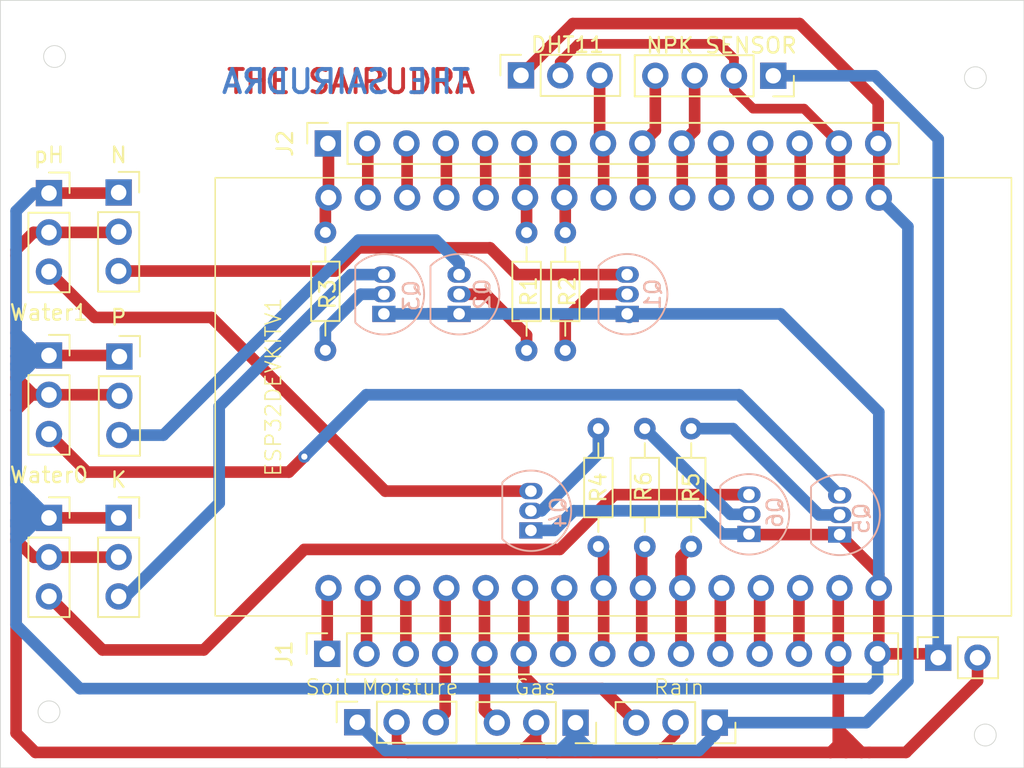
<source format=kicad_pcb>
(kicad_pcb (version 20240108) (generator "pcbnew") (generator_version "8.0")
  (layers (0 "F.Cu" signal) (31 "B.Cu" power) (34 "B.Paste" user) (35 "F.Paste" user) (36 "B.SilkS" user "B.Silkscreen") (37 "F.SilkS" user "F.Silkscreen") (38 "B.Mask" user) (39 "F.Mask" user) (44 "Edge.Cuts" user))
  (net 0 "")
  (net 1 "DHT")
  (net 2 "GND")
  (net 3 "3V")
  (net 4 "D_14")
  (net 5 "D_21")
  (net 6 "ESP_RELAY_pH")
  (net 7 "TX_0")
  (net 8 "RX_0")
  (net 9 "ESP_RELAY_P")
  (net 10 "D_13")
  (net 11 "EN_0")
  (net 12 "D_12")
  (net 13 "D_15")
  (net 14 "GAS")
  (net 15 "D_2")
  (net 16 "D_4")
  (net 17 "VN_0")
  (net 18 "D_33")
  (net 19 "RAIN")
  (net 20 "ESP_RELAY_K")
  (net 21 "SOIL")
  (net 22 "5V")
  (net 23 "ESP_RELAY_W1")
  (net 24 "D_22")
  (net 25 "VP_0")
  (net 26 "ESP_RELAY_N")
  (net 27 "RX2")
  (net 28 "ESP_RELAY_W0")
  (net 29 "TX2")
  (net 30 "Net-(K0-Pin_3)")
  (net 31 "Net-(N0-Pin_3)")
  (net 32 "Net-(P0-Pin_3)")
  (net 33 "Net-(Q4-E)")
  (net 34 "Net-(Q1-B)")
  (net 35 "Net-(Q2-B)")
  (net 36 "Net-(Q3-B)")
  (net 37 "Net-(Q4-B)")
  (net 38 "Net-(Q5-B)")
  (net 39 "Net-(Q5-E)")
  (net 40 "Net-(Q6-E)")
  (net 41 "Net-(Q6-B)")
  (net 42 "GND2")
  (footprint "Connector_PinSocket_2.54mm:PinSocket_1x15_P2.54mm_Vertical" (layer "F.Cu") (at 139.12 119.62 90)
    (property "Reference" "J1" (at 0 -2.77 -90) (layer "F.SilkS"))
    (property "Value" "Conn_01x15_Pin" (hide yes))
    (pad "1" thru_hole rect (at 0 0 90) (size 1.7 1.7) (drill 1) (layers "*.Cu" "*.Mask") (net 11 "EN_0"))
    (pad "2" thru_hole oval (at 0 2.54 90) (size 1.7 1.7) (drill 1) (layers "*.Cu" "*.Mask") (net 25 "VP_0"))
    (pad "3" thru_hole oval (at 0 5.08 90) (size 1.7 1.7) (drill 1) (layers "*.Cu" "*.Mask") (net 17 "VN_0"))
    (pad "4" thru_hole oval (at 0 7.62 90) (size 1.7 1.7) (drill 1) (layers "*.Cu" "*.Mask") (net 21 "SOIL"))
    (pad "5" thru_hole oval (at 0 10.16 90) (size 1.7 1.7) (drill 1) (layers "*.Cu" "*.Mask") (net 14 "GAS"))
    (pad "6" thru_hole oval (at 0 12.7 90) (size 1.7 1.7) (drill 1) (layers "*.Cu" "*.Mask") (net 19 "RAIN"))
    (pad "7" thru_hole oval (at 0 15.24 90) (size 1.7 1.7) (drill 1) (layers "*.Cu" "*.Mask") (net 18 "D_33"))
    (pad "8" thru_hole oval (at 0 17.78 90) (size 1.7 1.7) (drill 1) (layers "*.Cu" "*.Mask") (net 6 "ESP_RELAY_pH"))
    (pad "9" thru_hole oval (at 0 20.32 90) (size 1.7 1.7) (drill 1) (layers "*.Cu" "*.Mask") (net 28 "ESP_RELAY_W0"))
    (pad "10" thru_hole oval (at 0 22.86 90) (size 1.7 1.7) (drill 1) (layers "*.Cu" "*.Mask") (net 23 "ESP_RELAY_W1"))
    (pad "11" thru_hole oval (at 0 25.4 90) (size 1.7 1.7) (drill 1) (layers "*.Cu" "*.Mask") (net 4 "D_14"))
    (pad "12" thru_hole oval (at 0 27.94 90) (size 1.7 1.7) (drill 1) (layers "*.Cu" "*.Mask") (net 12 "D_12"))
    (pad "13" thru_hole oval (at 0 30.48 90) (size 1.7 1.7) (drill 1) (layers "*.Cu" "*.Mask") (net 10 "D_13"))
    (pad "14" thru_hole oval (at 0 33.02 90) (size 1.7 1.7) (drill 1) (layers "*.Cu" "*.Mask") (net 2 "GND"))
    (pad "15" thru_hole oval (at 0 35.56 90) (size 1.7 1.7) (drill 1) (layers "*.Cu" "*.Mask") (net 22 "5V"))
  )
  (footprint "Resistor_THT:R_Axial_DIN0204_L3.6mm_D1.6mm_P7.62mm_Horizontal" (layer "F.Cu") (at 139 92.37 -90)
    (property "Reference" "R3" (at 4 -0.14 -90) (layer "F.SilkS"))
    (property "Value" "1K")
    (pad "1" thru_hole circle (at 0 0 270) (size 1.4 1.4) (drill 0.7) (layers "*.Cu" "*.Mask") (net 20 "ESP_RELAY_K"))
    (pad "2" thru_hole oval (at 7.62 0 270) (size 1.4 1.4) (drill 0.7) (layers "*.Cu" "*.Mask") (net 36 "Net-(Q3-B)"))
  )
  (footprint "Connector_PinSocket_2.54mm:PinSocket_1x03_P2.54mm_Vertical" (layer "F.Cu") (at 164.165 124.07 -90)
    (property "Reference" "RAIN0" (hide yes))
    (property "Value" "Conn_01x03_Pin" (hide yes))
    (pad "1" thru_hole rect (at 0 0 270) (size 1.7 1.7) (drill 1) (layers "*.Cu" "*.Mask") (net 3 "3V"))
    (pad "2" thru_hole oval (at 0 2.54 270) (size 1.7 1.7) (drill 1) (layers "*.Cu" "*.Mask") (net 2 "GND"))
    (pad "3" thru_hole oval (at 0 5.08 270) (size 1.7 1.7) (drill 1) (layers "*.Cu" "*.Mask") (net 19 "RAIN"))
  )
  (footprint "Resistor_THT:R_Axial_DIN0204_L3.6mm_D1.6mm_P7.62mm_Horizontal" (layer "F.Cu") (at 159.64 112.68 90)
    (property "Reference" "R6" (hide yes))
    (property "Value" "1K")
    (pad "1" thru_hole circle (at 0 0 90) (size 1.4 1.4) (drill 0.7) (layers "*.Cu" "*.Mask") (net 28 "ESP_RELAY_W0"))
    (pad "2" thru_hole oval (at 7.62 0 90) (size 1.4 1.4) (drill 0.7) (layers "*.Cu" "*.Mask") (net 41 "Net-(Q6-B)"))
  )
  (footprint "Connector_PinSocket_2.54mm:PinSocket_1x15_P2.54mm_Vertical" (layer "F.Cu") (at 139.16 86.62 90)
    (property "Reference" "J2" (at 0 -2.77 -90) (layer "F.SilkS"))
    (property "Value" "Conn_01x15_Pin" (hide yes))
    (pad "1" thru_hole rect (at 0 0 90) (size 1.7 1.7) (drill 1) (layers "*.Cu" "*.Mask") (net 20 "ESP_RELAY_K"))
    (pad "2" thru_hole oval (at 0 2.54 90) (size 1.7 1.7) (drill 1) (layers "*.Cu" "*.Mask") (net 24 "D_22"))
    (pad "3" thru_hole oval (at 0 5.08 90) (size 1.7 1.7) (drill 1) (layers "*.Cu" "*.Mask") (net 7 "TX_0"))
    (pad "4" thru_hole oval (at 0 7.62 90) (size 1.7 1.7) (drill 1) (layers "*.Cu" "*.Mask") (net 8 "RX_0"))
    (pad "5" thru_hole oval (at 0 10.16 90) (size 1.7 1.7) (drill 1) (layers "*.Cu" "*.Mask") (net 5 "D_21"))
    (pad "6" thru_hole oval (at 0 12.7 90) (size 1.7 1.7) (drill 1) (layers "*.Cu" "*.Mask") (net 9 "ESP_RELAY_P"))
    (pad "7" thru_hole oval (at 0 15.24 90) (size 1.7 1.7) (drill 1) (layers "*.Cu" "*.Mask") (net 26 "ESP_RELAY_N"))
    (pad "8" thru_hole oval (at 0 17.78 90) (size 1.7 1.7) (drill 1) (layers "*.Cu" "*.Mask") (net 1 "DHT"))
    (pad "9" thru_hole oval (at 0 20.32 90) (size 1.7 1.7) (drill 1) (layers "*.Cu" "*.Mask") (net 29 "TX2"))
    (pad "10" thru_hole oval (at 0 22.86 90) (size 1.7 1.7) (drill 1) (layers "*.Cu" "*.Mask") (net 27 "RX2"))
    (pad "11" thru_hole oval (at 0 25.4 90) (size 1.7 1.7) (drill 1) (layers "*.Cu" "*.Mask") (net 16 "D_4"))
    (pad "12" thru_hole oval (at 0 27.94 90) (size 1.7 1.7) (drill 1) (layers "*.Cu" "*.Mask") (net 15 "D_2"))
    (pad "13" thru_hole oval (at 0 30.48 90) (size 1.7 1.7) (drill 1) (layers "*.Cu" "*.Mask") (net 13 "D_15"))
    (pad "14" thru_hole oval (at 0 33.02 90) (size 1.7 1.7) (drill 1) (layers "*.Cu" "*.Mask") (net 42 "GND2"))
    (pad "15" thru_hole oval (at 0 35.56 90) (size 1.7 1.7) (drill 1) (layers "*.Cu" "*.Mask") (net 3 "3V"))
  )
  (footprint "Connector_PinSocket_2.54mm:PinSocket_1x03_P2.54mm_Vertical" (layer "F.Cu") (at 125.69 100.4)
    (property "Reference" "P" (at -0.05 -2.53 0) (layer "F.SilkS"))
    (property "Value" "Conn_01x03_Pin" (hide yes))
    (pad "1" thru_hole rect (at 0 0) (size 1.7 1.7) (drill 1) (layers "*.Cu" "*.Mask") (net 22 "5V"))
    (pad "2" thru_hole oval (at 0 2.54) (size 1.7 1.7) (drill 1) (layers "*.Cu" "*.Mask") (net 2 "GND"))
    (pad "3" thru_hole oval (at 0 5.08) (size 1.7 1.7) (drill 1) (layers "*.Cu" "*.Mask") (net 32 "Net-(P0-Pin_3)"))
  )
  (footprint "Connector_PinSocket_2.54mm:PinSocket_1x02_P2.54mm_Vertical" (layer "F.Cu") (at 178.6 119.87 90)
    (property "Reference" "PowerIN_1" (hide yes))
    (property "Value" "Battery")
    (pad "1" thru_hole rect (at 0 0 90) (size 1.7 1.7) (drill 1) (layers "*.Cu" "*.Mask") (net 22 "5V"))
    (pad "2" thru_hole oval (at 0 2.54 90) (size 1.7 1.7) (drill 1) (layers "*.Cu" "*.Mask") (net 2 "GND"))
  )
  (footprint "Resistor_THT:R_Axial_DIN0204_L3.6mm_D1.6mm_P7.62mm_Horizontal" (layer "F.Cu") (at 154.5 92.38 -90)
    (property "Reference" "R2" (at 3.81 -0.14 -90) (layer "F.SilkS"))
    (property "Value" "1K")
    (pad "1" thru_hole circle (at 0 0 270) (size 1.4 1.4) (drill 0.7) (layers "*.Cu" "*.Mask") (net 26 "ESP_RELAY_N"))
    (pad "2" thru_hole oval (at 7.62 0 270) (size 1.4 1.4) (drill 0.7) (layers "*.Cu" "*.Mask") (net 34 "Net-(Q1-B)"))
  )
  (footprint "Connector_PinSocket_2.54mm:PinSocket_1x03_P2.54mm_Vertical" (layer "F.Cu") (at 121.14 89.83)
    (property "Reference" "pH" (at 0 -2.46 0) (layer "F.SilkS"))
    (property "Value" "Conn_01x03_Pin" (hide yes))
    (pad "1" thru_hole rect (at 0 0) (size 1.7 1.7) (drill 1) (layers "*.Cu" "*.Mask") (net 22 "5V"))
    (pad "2" thru_hole oval (at 0 2.54) (size 1.7 1.7) (drill 1) (layers "*.Cu" "*.Mask") (net 2 "GND"))
    (pad "3" thru_hole oval (at 0 5.08) (size 1.7 1.7) (drill 1) (layers "*.Cu" "*.Mask") (net 33 "Net-(Q4-E)"))
  )
  (footprint "New folder:ESP32DEVIKITV1" (layer "F.Cu") (at 139.2 115.37)
    (property "Reference" "ESP32DEVKITV1" (at -3.56 -13 90) (layer "F.SilkS") (effects (font (thickness 0.1))))
    (property "Value" "~")
    (pad "1" thru_hole circle (at 0 0) (size 1.7 1.7) (drill 1) (layers "*.Cu" "*.Mask") (net 11 "EN_0"))
    (pad "2" thru_hole circle (at 2.54 0) (size 1.7 1.7) (drill 1) (layers "*.Cu" "*.Mask") (net 25 "VP_0"))
    (pad "3" thru_hole circle (at 5.08 0) (size 1.7 1.7) (drill 1) (layers "*.Cu" "*.Mask") (net 17 "VN_0"))
    (pad "4" thru_hole circle (at 7.62 0) (size 1.7 1.7) (drill 1) (layers "*.Cu" "*.Mask") (net 21 "SOIL"))
    (pad "5" thru_hole circle (at 10.16 0) (size 1.7 1.7) (drill 1) (layers "*.Cu" "*.Mask") (net 14 "GAS"))
    (pad "6" thru_hole circle (at 12.7 0) (size 1.7 1.7) (drill 1) (layers "*.Cu" "*.Mask") (net 19 "RAIN"))
    (pad "7" thru_hole circle (at 15.24 0) (size 1.7 1.7) (drill 1) (layers "*.Cu" "*.Mask") (net 18 "D_33"))
    (pad "8" thru_hole circle (at 17.78 0) (size 1.7 1.7) (drill 1) (layers "*.Cu" "*.Mask") (net 6 "ESP_RELAY_pH"))
    (pad "9" thru_hole circle (at 20.32 0) (size 1.7 1.7) (drill 1) (layers "*.Cu" "*.Mask") (net 28 "ESP_RELAY_W0"))
    (pad "10" thru_hole circle (at 22.86 0) (size 1.7 1.7) (drill 1) (layers "*.Cu" "*.Mask") (net 23 "ESP_RELAY_W1"))
    (pad "11" thru_hole circle (at 25.4 0) (size 1.7 1.7) (drill 1) (layers "*.Cu" "*.Mask") (net 4 "D_14"))
    (pad "12" thru_hole circle (at 27.94 0) (size 1.7 1.7) (drill 1) (layers "*.Cu" "*.Mask") (net 12 "D_12"))
    (pad "13" thru_hole circle (at 30.48 0) (size 1.7 1.7) (drill 1) (layers "*.Cu" "*.Mask") (net 10 "D_13"))
    (pad "14" thru_hole circle (at 33.02 0) (size 1.7 1.7) (drill 1) (layers "*.Cu" "*.Mask") (net 2 "GND"))
    (pad "15" thru_hole circle (at 35.56 0) (size 1.7 1.7) (drill 1) (layers "*.Cu" "*.Mask") (net 22 "5V"))
    (pad "16" thru_hole circle (at 35.56 -25.25) (size 1.7 1.7) (drill 1) (layers "*.Cu" "*.Mask") (net 3 "3V"))
    (pad "17" thru_hole circle (at 33.02 -25.25) (size 1.7 1.7) (drill 1) (layers "*.Cu" "*.Mask") (net 42 "GND2"))
    (pad "18" thru_hole circle (at 30.48 -25.25) (size 1.7 1.7) (drill 1) (layers "*.Cu" "*.Mask") (net 13 "D_15"))
    (pad "19" thru_hole circle (at 27.94 -25.25) (size 1.7 1.7) (drill 1) (layers "*.Cu" "*.Mask") (net 15 "D_2"))
    (pad "20" thru_hole circle (at 25.4 -25.25) (size 1.7 1.7) (drill 1) (layers "*.Cu" "*.Mask") (net 16 "D_4"))
    (pad "21" thru_hole circle (at 22.86 -25.25) (size 1.7 1.7) (drill 1) (layers "*.Cu" "*.Mask") (net 27 "RX2"))
    (pad "22" thru_hole circle (at 20.32 -25.25) (size 1.7 1.7) (drill 1) (layers "*.Cu" "*.Mask") (net 29 "TX2"))
    (pad "23" thru_hole circle (at 17.78 -25.25) (size 1.7 1.7) (drill 1) (layers "*.Cu" "*.Mask") (net 1 "DHT"))
    (pad "24" thru_hole circle (at 15.24 -25.25) (size 1.7 1.7) (drill 1) (layers "*.Cu" "*.Mask") (net 26 "ESP_RELAY_N"))
    (pad "25" thru_hole circle (at 12.7 -25.25) (size 1.7 1.7) (drill 1) (layers "*.Cu" "*.Mask") (net 9 "ESP_RELAY_P"))
    (pad "26" thru_hole circle (at 10.16 -25.25) (size 1.7 1.7) (drill 1) (layers "*.Cu" "*.Mask") (net 5 "D_21"))
    (pad "27" thru_hole circle (at 7.62 -25.25) (size 1.7 1.7) (drill 1) (layers "*.Cu" "*.Mask") (net 8 "RX_0"))
    (pad "28" thru_hole circle (at 5.08 -25.25) (size 1.7 1.7) (drill 1) (layers "*.Cu" "*.Mask") (net 7 "TX_0"))
    (pad "29" thru_hole circle (at 2.54 -25.25) (size 1.7 1.7) (drill 1) (layers "*.Cu" "*.Mask") (net 24 "D_22"))
    (pad "30" thru_hole circle (at 0 -25.25) (size 1.7 1.7) (drill 1) (layers "*.Cu" "*.Mask") (net 20 "ESP_RELAY_K"))
  )
  (footprint "Resistor_THT:R_Axial_DIN0204_L3.6mm_D1.6mm_P7.62mm_Horizontal" (layer "F.Cu") (at 156.64 112.68 90)
    (property "Reference" "R4" (at 3.81 0 -90) (layer "F.SilkS"))
    (property "Value" "1K")
    (pad "1" thru_hole circle (at 0 0 90) (size 1.4 1.4) (drill 0.7) (layers "*.Cu" "*.Mask") (net 6 "ESP_RELAY_pH"))
    (pad "2" thru_hole oval (at 7.62 0 90) (size 1.4 1.4) (drill 0.7) (layers "*.Cu" "*.Mask") (net 37 "Net-(Q4-B)"))
  )
  (footprint "Connector_PinSocket_2.54mm:PinSocket_1x03_P2.54mm_Vertical" (layer "F.Cu") (at 151.64 82.22 90)
    (property "Reference" "DHT11" (at 1.975 3 0) (layer "F.SilkS"))
    (property "Value" "Conn_01x03_Pin" (hide yes))
    (pad "1" thru_hole rect (at 0 0 90) (size 1.7 1.7) (drill 1) (layers "*.Cu" "*.Mask") (net 3 "3V"))
    (pad "2" thru_hole oval (at 0 2.54 90) (size 1.7 1.7) (drill 1) (layers "*.Cu" "*.Mask") (net 42 "GND2"))
    (pad "3" thru_hole oval (at 0 5.08 90) (size 1.7 1.7) (drill 1) (layers "*.Cu" "*.Mask") (net 1 "DHT"))
  )
  (footprint "Connector_PinSocket_2.54mm:PinSocket_1x03_P2.54mm_Vertical" (layer "F.Cu") (at 125.64 110.83)
    (property "Reference" "K" (at 0 -2.46 0) (layer "F.SilkS"))
    (property "Value" "Conn_01x03_Pin" (hide yes))
    (pad "1" thru_hole rect (at 0 0) (size 1.7 1.7) (drill 1) (layers "*.Cu" "*.Mask") (net 22 "5V"))
    (pad "2" thru_hole oval (at 0 2.54) (size 1.7 1.7) (drill 1) (layers "*.Cu" "*.Mask") (net 2 "GND"))
    (pad "3" thru_hole oval (at 0 5.08) (size 1.7 1.7) (drill 1) (layers "*.Cu" "*.Mask") (net 30 "Net-(K0-Pin_3)"))
  )
  (footprint "Connector_PinSocket_2.54mm:PinSocket_1x03_P2.54mm_Vertical" (layer "F.Cu") (at 121.14 100.33)
    (property "Reference" "Water1" (at 0 -2.77 0) (layer "F.SilkS"))
    (property "Value" "Conn_01x03_Pin" (hide yes))
    (pad "1" thru_hole rect (at 0 0) (size 1.7 1.7) (drill 1) (layers "*.Cu" "*.Mask") (net 22 "5V"))
    (pad "2" thru_hole oval (at 0 2.54) (size 1.7 1.7) (drill 1) (layers "*.Cu" "*.Mask") (net 2 "GND"))
    (pad "3" thru_hole oval (at 0 5.08) (size 1.7 1.7) (drill 1) (layers "*.Cu" "*.Mask") (net 39 "Net-(Q5-E)"))
  )
  (footprint "Connector_PinSocket_2.54mm:PinSocket_1x03_P2.54mm_Vertical" (layer "F.Cu") (at 125.64 89.79)
    (property "Reference" "N" (at 0 -2.42 0) (layer "F.SilkS"))
    (property "Value" "Conn_01x03_Pin" (hide yes))
    (pad "1" thru_hole rect (at 0 0) (size 1.7 1.7) (drill 1) (layers "*.Cu" "*.Mask") (net 22 "5V"))
    (pad "2" thru_hole oval (at 0 2.54) (size 1.7 1.7) (drill 1) (layers "*.Cu" "*.Mask") (net 2 "GND"))
    (pad "3" thru_hole oval (at 0 5.08) (size 1.7 1.7) (drill 1) (layers "*.Cu" "*.Mask") (net 31 "Net-(N0-Pin_3)"))
  )
  (footprint "Resistor_THT:R_Axial_DIN0204_L3.6mm_D1.6mm_P7.62mm_Horizontal" (layer "F.Cu") (at 162.64 112.68 90)
    (property "Reference" "R5" (at 3.81 0 -90) (layer "F.SilkS"))
    (property "Value" "1K")
    (pad "1" thru_hole circle (at 0 0 90) (size 1.4 1.4) (drill 0.7) (layers "*.Cu" "*.Mask") (net 23 "ESP_RELAY_W1"))
    (pad "2" thru_hole oval (at 7.62 0 90) (size 1.4 1.4) (drill 0.7) (layers "*.Cu" "*.Mask") (net 38 "Net-(Q5-B)"))
  )
  (footprint "Connector_PinSocket_2.54mm:PinSocket_1x03_P2.54mm_Vertical" (layer "F.Cu") (at 141.06 124.045 90)
    (property "Reference" "SOIL0" (hide yes))
    (property "Value" "Conn_01x03_Pin" (hide yes))
    (pad "1" thru_hole rect (at 0 0 90) (size 1.7 1.7) (drill 1) (layers "*.Cu" "*.Mask") (net 3 "3V"))
    (pad "2" thru_hole oval (at 0 2.54 90) (size 1.7 1.7) (drill 1) (layers "*.Cu" "*.Mask") (net 2 "GND"))
    (pad "3" thru_hole oval (at 0 5.08 90) (size 1.7 1.7) (drill 1) (layers "*.Cu" "*.Mask") (net 21 "SOIL"))
  )
  (footprint "Connector_PinSocket_2.54mm:PinSocket_1x03_P2.54mm_Vertical" (layer "F.Cu") (at 155.165 124.07 -90)
    (property "Reference" "GAS0" (hide yes))
    (property "Value" "Conn_01x03_Pin" (hide yes))
    (pad "1" thru_hole rect (at 0 0 270) (size 1.7 1.7) (drill 1) (layers "*.Cu" "*.Mask") (net 3 "3V"))
    (pad "2" thru_hole oval (at 0 2.54 270) (size 1.7 1.7) (drill 1) (layers "*.Cu" "*.Mask") (net 2 "GND"))
    (pad "3" thru_hole oval (at 0 5.08 270) (size 1.7 1.7) (drill 1) (layers "*.Cu" "*.Mask") (net 14 "GAS"))
  )
  (footprint "Resistor_THT:R_Axial_DIN0204_L3.6mm_D1.6mm_P7.62mm_Horizontal" (layer "F.Cu") (at 152 92.38 -90)
    (property "Reference" "R1" (at 3.81 -0.14 -90) (layer "F.SilkS"))
    (property "Value" "1K")
    (pad "1" thru_hole circle (at 0 0 270) (size 1.4 1.4) (drill 0.7) (layers "*.Cu" "*.Mask") (net 9 "ESP_RELAY_P"))
    (pad "2" thru_hole oval (at 7.62 0 270) (size 1.4 1.4) (drill 0.7) (layers "*.Cu" "*.Mask") (net 35 "Net-(Q2-B)"))
  )
  (footprint "Connector_PinSocket_2.54mm:PinSocket_1x03_P2.54mm_Vertical" (layer "F.Cu") (at 121.14 110.83)
    (property "Reference" "Water0" (at 0 -2.77 0) (layer "F.SilkS"))
    (property "Value" "Conn_01x03_Pin" (hide yes))
    (pad "1" thru_hole rect (at 0 0) (size 1.7 1.7) (drill 1) (layers "*.Cu" "*.Mask") (net 22 "5V"))
    (pad "2" thru_hole oval (at 0 2.54) (size 1.7 1.7) (drill 1) (layers "*.Cu" "*.Mask") (net 2 "GND"))
    (pad "3" thru_hole oval (at 0 5.08) (size 1.7 1.7) (drill 1) (layers "*.Cu" "*.Mask") (net 40 "Net-(Q6-E)"))
  )
  (footprint "Connector_PinSocket_2.54mm:PinSocket_1x04_P2.54mm_Vertical" (layer "F.Cu") (at 167.94 82.245 -90)
    (property "Reference" "J3" (hide yes))
    (property "Value" "Conn_01x04_Pin" (hide yes))
    (pad "1" thru_hole rect (at 0 0 270) (size 1.7 1.7) (drill 1) (layers "*.Cu" "*.Mask") (net 22 "5V"))
    (pad "2" thru_hole oval (at 0 2.54 270) (size 1.7 1.7) (drill 1) (layers "*.Cu" "*.Mask") (net 42 "GND2"))
    (pad "3" thru_hole oval (at 0 5.08 270) (size 1.7 1.7) (drill 1) (layers "*.Cu" "*.Mask") (net 27 "RX2"))
    (pad "4" thru_hole oval (at 0 7.62 270) (size 1.7 1.7) (drill 1) (layers "*.Cu" "*.Mask") (net 29 "TX2"))
  )
  (footprint "Package_TO_SOT_THT:TO-92_Inline" (layer "B.Cu") (at 152.28 111.64 90)
    (property "Reference" "Q4" (hide yes))
    (property "Value" "BC547")
    (pad "1" thru_hole rect (at 0 0 90) (size 1.05 1.5) (drill 0.75) (layers "*.Cu" "*.Mask") (net 22 "5V"))
    (pad "2" thru_hole oval (at 1.27 0 90) (size 1.05 1.5) (drill 0.75) (layers "*.Cu" "*.Mask") (net 37 "Net-(Q4-B)"))
    (pad "3" thru_hole oval (at 2.54 0 90) (size 1.05 1.5) (drill 0.75) (layers "*.Cu" "*.Mask") (net 33 "Net-(Q4-E)"))
  )
  (footprint "Package_TO_SOT_THT:TO-92_Inline" (layer "B.Cu") (at 147.64 97.64 90)
    (property "Reference" "Q2" (at 1.27 1.5 -90) (layer "B.SilkS") (effects (justify mirror)))
    (property "Value" "BC547" (hide yes))
    (pad "1" thru_hole rect (at 0 0 90) (size 1.05 1.5) (drill 0.75) (layers "*.Cu" "*.Mask") (net 22 "5V"))
    (pad "2" thru_hole oval (at 1.27 0 90) (size 1.05 1.5) (drill 0.75) (layers "*.Cu" "*.Mask") (net 35 "Net-(Q2-B)"))
    (pad "3" thru_hole oval (at 2.54 0 90) (size 1.05 1.5) (drill 0.75) (layers "*.Cu" "*.Mask") (net 32 "Net-(P0-Pin_3)"))
  )
  (footprint "Package_TO_SOT_THT:TO-92_Inline" (layer "B.Cu") (at 142.78 97.64 90)
    (property "Reference" "Q3" (hide yes))
    (property "Value" "BC547" (hide yes))
    (pad "1" thru_hole rect (at 0 0 90) (size 1.05 1.5) (drill 0.75) (layers "*.Cu" "*.Mask") (net 22 "5V"))
    (pad "2" thru_hole oval (at 1.27 0 90) (size 1.05 1.5) (drill 0.75) (layers "*.Cu" "*.Mask") (net 36 "Net-(Q3-B)"))
    (pad "3" thru_hole oval (at 2.54 0 90) (size 1.05 1.5) (drill 0.75) (layers "*.Cu" "*.Mask") (net 30 "Net-(K0-Pin_3)"))
  )
  (footprint "Package_TO_SOT_THT:TO-92_Inline" (layer "B.Cu") (at 158.5 97.64 90)
    (property "Reference" "Q1" (at 1.27 1.65 -90) (layer "B.SilkS") (effects (justify mirror)))
    (property "Value" "BC547" (hide yes))
    (pad "1" thru_hole rect (at 0 0 90) (size 1.05 1.5) (drill 0.75) (layers "*.Cu" "*.Mask") (net 22 "5V"))
    (pad "2" thru_hole oval (at 1.27 0 90) (size 1.05 1.5) (drill 0.75) (layers "*.Cu" "*.Mask") (net 34 "Net-(Q1-B)"))
    (pad "3" thru_hole oval (at 2.54 0 90) (size 1.05 1.5) (drill 0.75) (layers "*.Cu" "*.Mask") (net 31 "Net-(N0-Pin_3)"))
  )
  (footprint "Package_TO_SOT_THT:TO-92_Inline" (layer "B.Cu") (at 172.23 111.91 90)
    (property "Reference" "Q5" (at 1.04 1.41 -90) (layer "B.SilkS") (effects (justify mirror)))
    (property "Value" "BC547")
    (pad "1" thru_hole rect (at 0 0 90) (size 1.05 1.5) (drill 0.75) (layers "*.Cu" "*.Mask") (net 22 "5V"))
    (pad "2" thru_hole oval (at 1.27 0 90) (size 1.05 1.5) (drill 0.75) (layers "*.Cu" "*.Mask") (net 38 "Net-(Q5-B)"))
    (pad "3" thru_hole oval (at 2.54 0 90) (size 1.05 1.5) (drill 0.75) (layers "*.Cu" "*.Mask") (net 39 "Net-(Q5-E)"))
  )
  (footprint "Package_TO_SOT_THT:TO-92_Inline" (layer "B.Cu") (at 166.37 111.87 90)
    (property "Reference" "Q6" (hide yes))
    (property "Value" "BC547")
    (pad "1" thru_hole rect (at 0 0 90) (size 1.05 1.5) (drill 0.75) (layers "*.Cu" "*.Mask") (net 22 "5V"))
    (pad "2" thru_hole oval (at 1.27 0 90) (size 1.05 1.5) (drill 0.75) (layers "*.Cu" "*.Mask") (net 41 "Net-(Q6-B)"))
    (pad "3" thru_hole oval (at 2.54 0 90) (size 1.05 1.5) (drill 0.75) (layers "*.Cu" "*.Mask") (net 40 "Net-(Q6-E)"))
  )
  (gr_circle (center 121.5 81) (end 121 80.5) (stroke (width 0.05)) (fill none) (layer "Edge.Cuts"))
  (gr_circle (center 181 82.37) (end 180.5 81.87) (stroke (width 0.05)) (fill none) (layer "Edge.Cuts"))
  (gr_circle (center 181.64 124.87) (end 181.14 124.37) (stroke (width 0.05)) (fill none) (layer "Edge.Cuts"))
  (gr_rect (start 118 77.37) (end 184.14 127) (stroke (width 0.05)) (fill none) (layer "Edge.Cuts"))
  (gr_circle (center 121.14 123.37) (end 120.64 122.87) (stroke (width 0.05)) (fill none) (layer "Edge.Cuts"))
  (gr_text "THE SAIRUDRA" (at 132.5 83.5 0) (layer "F.Cu") (effects (font (size 1.5 1.5) (thickness 0.25) (bold yes)) (justify left bottom)))
  (gr_text "THE SAIRUDRA" (at 148.5 83.5 -0) (layer "B.Cu") (effects (font (size 1.5 1.5) (thickness 0.25) (bold yes)) (justify left bottom mirror)))
  (gr_text "Q6" (at 168.64 109.37 90) (layer "B.SilkS") (effects (font (size 1 1)) (justify left bottom mirror)))
  (gr_text "Q3" (at 145.14 95.37 90) (layer "B.SilkS") (effects (font (size 1 1)) (justify left bottom mirror)))
  (gr_text "Q4" (at 154.64 109.37 90) (layer "B.SilkS") (effects (font (size 1 1)) (justify left bottom mirror)))
  (gr_text "Rain\n" (at 160.14 122.37 0) (layer "F.SilkS") (effects (font (size 1 1) (thickness 0.1)) (justify left bottom)))
  (gr_text "NPK SENSOR" (at 159.64 80.87 0) (layer "F.SilkS") (effects (font (size 1 1)) (justify left bottom)))
  (gr_text "R6\n" (at 160.14 109.87 90) (layer "F.SilkS") (effects (font (size 1 1)) (justify left bottom)))
  (gr_text "Gas\n" (at 151.14 122.37 0) (layer "F.SilkS") (effects (font (size 1 1) (thickness 0.1)) (justify left bottom)))
  (gr_text "Soil Moisture" (at 137.64 122.37 0) (layer "F.SilkS") (effects (font (size 1 1) (thickness 0.1)) (justify left bottom)))
  (segment (start 156.72 86.4) (end 156.94 86.62) (width 0.75) (layer "F.Cu") (net 1))
  (segment (start 156.98 86.66) (end 156.94 86.62) (width 0.75) (layer "F.Cu") (net 1))
  (segment (start 156.72 82.22) (end 156.72 86.4) (width 0.75) (layer "F.Cu") (net 1))
  (segment (start 156.98 90.12) (end 156.98 86.66) (width 0.75) (layer "F.Cu") (net 1))
  (segment (start 172.14 115.45) (end 172.22 115.37) (width 0.75) (layer "F.Cu") (net 2))
  (segment (start 151.4525 126.0575) (end 144.3275 126.0575) (width 0.625) (layer "F.Cu") (net 2))
  (segment (start 152.64 124.87) (end 151.4525 126.0575) (width 0.625) (layer "F.Cu") (net 2))
  (segment (start 152.64 125.37) (end 153.3275 126.0575) (width 0.625) (layer "F.Cu") (net 2))
  (segment (start 153.14 125.87) (end 153.3275 126.0575) (width 0.625) (layer "F.Cu") (net 2))
  (segment (start 121.14 102.87) (end 120.14 102.87) (width 0.75) (layer "F.Cu") (net 2))
  (segment (start 119.015 102.87) (end 119.14 102.87) (width 0.75) (layer "F.Cu") (net 2))
  (segment (start 172.14 124.495) (end 172.8275 125.1825) (width 0.75) (layer "F.Cu") (net 2))
  (segment (start 152.625 124.07) (end 152.64 124.085) (width 0.625) (layer "F.Cu") (net 2))
  (segment (start 120.015 102.87) (end 119.8275 103.0575) (width 0.75) (layer "F.Cu") (net 2))
  (segment (start 172.14 123.37) (end 172.14 124.495) (width 0.75) (layer "F.Cu") (net 2))
  (segment (start 172.8275 125.1825) (end 173.64 125.995) (width 0.75) (layer "F.Cu") (net 2))
  (segment (start 172.14 119.62) (end 172.14 123.37) (width 0.75) (layer "F.Cu") (net 2))
  (segment (start 121.14 113.37) (end 120.14 113.37) (width 0.75) (layer "F.Cu") (net 2))
  (segment (start 151.4525 126.0575) (end 151.64 125.87) (width 0.625) (layer "F.Cu") (net 2))
  (segment (start 119.8275 103.0575) (end 119.8275 102.87) (width 0.75) (layer "F.Cu") (net 2))
  (segment (start 151.64 125.87) (end 153.14 125.87) (width 0.625) (layer "F.Cu") (net 2))
  (segment (start 120.14 113.37) (end 119.015 112.245) (width 0.75) (layer "F.Cu") (net 2))
  (segment (start 181.14 121.37) (end 176.515 125.995) (width 0.75) (layer "F.Cu") (net 2))
  (segment (start 143.6 124.045) (end 143.6 125.33) (width 0.625) (layer "F.Cu") (net 2))
  (segment (start 172.64 125.995) (end 171.64 125.995) (width 0.75) (layer "F.Cu") (net 2))
  (segment (start 143.6 125.33) (end 144.3275 126.0575) (width 0.625) (layer "F.Cu") (net 2))
  (segment (start 160.4225 126.0575) (end 161.625 124.855) (width 0.625) (layer "F.Cu") (net 2))
  (segment (start 120.14 92.37) (end 119.015 93.495) (width 0.75) (layer "F.Cu") (net 2))
  (segment (start 119.015 93.495) (end 119.015 93.87) (width 0.75) (layer "F.Cu") (net 2))
  (segment (start 121.14 102.87) (end 120.015 102.87) (width 0.75) (layer "F.Cu") (net 2))
  (segment (start 152.64 124.085) (end 152.64 124.87) (width 0.625) (layer "F.Cu") (net 2))
  (segment (start 120.265 125.995) (end 119.015 124.745) (width 0.75) (layer "F.Cu") (net 2))
  (segment (start 125.6 92.37) (end 125.64 92.33) (width 0.75) (layer "F.Cu") (net 2))
  (segment (start 119.015 112.245) (end 119.015 103.87) (width 0.75) (layer "F.Cu") (net 2))
  (segment (start 174.14 125.995) (end 173.64 125.995) (width 0.75) (layer "F.Cu") (net 2))
  (segment (start 119.015 124.745) (end 119.015 112.245) (width 0.75) (layer "F.Cu") (net 2))
  (segment (start 121.14 113.37) (end 125.64 113.37) (width 0.75) (layer "F.Cu") (net 2))
  (segment (start 119.8275 102.87) (end 119.015 102.87) (width 0.75) (layer "F.Cu") (net 2))
  (segment (start 152.64 124.87) (end 152.64 125.37) (width 0.625) (layer "F.Cu") (net 2))
  (segment (start 121.14 92.37) (end 120.14 92.37) (width 0.75) (layer "F.Cu") (net 2))
  (segment (start 121.14 92.37) (end 125.6 92.37) (width 0.75) (layer "F.Cu") (net 2))
  (segment (start 172.8275 125.8075) (end 172.8275 125.1825) (width 0.75) (layer "F.Cu") (net 2))
  (segment (start 161.625 124.855) (end 161.625 124.07) (width 0.625) (layer "F.Cu") (net 2))
  (segment (start 172.14 123.37) (end 172.14 125.495) (width 0.75) (layer "F.Cu") (net 2))
  (segment (start 119.015 103.87) (end 119.015 101.745) (width 0.75) (layer "F.Cu") (net 2))
  (segment (start 172.14 125.495) (end 171.64 125.995) (width 0.75) (layer "F.Cu") (net 2))
  (segment (start 173.64 125.995) (end 172.64 125.995) (width 0.75) (layer "F.Cu") (net 2))
  (segment (start 119.015 101.745) (end 119.015 93.87) (width 0.75) (layer "F.Cu") (net 2))
  (segment (start 171.64 125.995) (end 120.265 125.995) (width 0.75) (layer "F.Cu") (net 2))
  (segment (start 172.14 119.62) (end 172.14 115.45) (width 0.75) (layer "F.Cu") (net 2))
  (segment (start 125.62 102.87) (end 125.69 102.94) (width 0.75) (layer "F.Cu") (net 2))
  (segment (start 172.8275 125.8075) (end 172.64 125.995) (width 0.75) (layer "F.Cu") (net 2))
  (segment (start 121.14 102.87) (end 125.62 102.87) (width 0.75) (layer "F.Cu") (net 2))
  (segment (start 153.3275 126.0575) (end 160.4225 126.0575) (width 0.625) (layer "F.Cu") (net 2))
  (segment (start 120.14 102.87) (end 119.015 101.745) (width 0.75) (layer "F.Cu") (net 2))
  (segment (start 119.8275 103.0575) (end 119.015 103.87) (width 0.75) (layer "F.Cu") (net 2))
  (segment (start 181.14 119.87) (end 181.14 121.37) (width 0.75) (layer "F.Cu") (net 2))
  (segment (start 176.515 125.995) (end 174.14 125.995) (width 0.75) (layer "F.Cu") (net 2))
  (segment (start 154.99 78.87) (end 151.64 82.22) (width 0.75) (layer "F.Cu") (net 3))
  (segment (start 164.165 123.895) (end 164.14 123.87) (width 0.75) (layer "F.Cu") (net 3))
  (segment (start 169.64 78.87) (end 154.99 78.87) (width 0.75) (layer "F.Cu") (net 3))
  (segment (start 174.76 90.12) (end 174.76 86.66) (width 0.75) (layer "F.Cu") (net 3))
  (segment (start 174.76 86.66) (end 174.72 86.62) (width 0.75) (layer "F.Cu") (net 3))
  (segment (start 174.72 83.95) (end 169.64 78.87) (width 0.75) (layer "F.Cu") (net 3))
  (segment (start 174.72 86.62) (end 174.72 83.95) (width 0.75) (layer "F.Cu") (net 3))
  (segment (start 163.14 125.87) (end 156.14 125.87) (width 0.75) (layer "B.Cu") (net 3))
  (segment (start 173.94 124.07) (end 164.165 124.07) (width 0.75) (layer "B.Cu") (net 3))
  (segment (start 142.885 125.87) (end 141.06 124.045) (width 0.75) (layer "B.Cu") (net 3))
  (segment (start 155.165 124.07) (end 155.165 124.845) (width 0.75) (layer "B.Cu") (net 3))
  (segment (start 155.165 124.895) (end 156.14 125.87) (width 0.75) (layer "B.Cu") (net 3))
  (segment (start 155.14 125.87) (end 154.14 125.87) (width 0.75) (layer "B.Cu") (net 3))
  (segment (start 154.14 125.87) (end 142.885 125.87) (width 0.75) (layer "B.Cu") (net 3))
  (segment (start 155.14 125.87) (end 155.165 125.845) (width 0.75) (layer "B.Cu") (net 3))
  (segment (start 176.64 121.37) (end 173.94 124.07) (width 0.75) (layer "B.Cu") (net 3))
  (segment (start 164.165 124.07) (end 164.165 124.845) (width 0.75) (layer "B.Cu") (net 3))
  (segment (start 164.165 124.845) (end 163.14 125.87) (width 0.75) (layer "B.Cu") (net 3))
  (segment (start 176.64 92) (end 176.64 121.37) (width 0.75) (layer "B.Cu") (net 3))
  (segment (start 174.76 90.12) (end 176.64 92) (width 0.75) (layer "B.Cu") (net 3))
  (segment (start 155.165 124.07) (end 155.165 124.895) (width 0.75) (layer "B.Cu") (net 3))
  (segment (start 156.14 125.87) (end 155.14 125.87) (width 0.75) (layer "B.Cu") (net 3))
  (segment (start 155.165 125.845) (end 155.165 124.07) (width 0.75) (layer "B.Cu") (net 3))
  (segment (start 155.165 124.845) (end 154.14 125.87) (width 0.75) (layer "B.Cu") (net 3))
  (segment (start 164.52 115.45) (end 164.6 115.37) (width 0.75) (layer "F.Cu") (net 4))
  (segment (start 164.52 119.62) (end 164.52 115.45) (width 0.75) (layer "F.Cu") (net 4))
  (segment (start 149.36 86.66) (end 149.32 86.62) (width 0.75) (layer "F.Cu") (net 5))
  (segment (start 149.36 90.12) (end 149.36 86.66) (width 0.75) (layer "F.Cu") (net 5))
  (segment (start 156.98 115.37) (end 156.98 119.54) (width 0.75) (layer "F.Cu") (net 6))
  (segment (start 156.9 119.62) (end 156.9 112.94) (width 0.5) (layer "F.Cu") (net 6))
  (segment (start 157.14 119.86) (end 157.14 119.87) (width 0.5) (layer "F.Cu") (net 6))
  (segment (start 156.98 113.02) (end 156.64 112.68) (width 0.5) (layer "F.Cu") (net 6))
  (segment (start 156.9 112.94) (end 156.64 112.68) (width 0.5) (layer "F.Cu") (net 6))
  (segment (start 156.98 115.37) (end 156.98 113.02) (width 0.75) (layer "F.Cu") (net 6))
  (segment (start 156.98 119.54) (end 156.9 119.62) (width 0.75) (layer "F.Cu") (net 6))
  (segment (start 144.28 90.12) (end 144.28 86.66) (width 0.75) (layer "F.Cu") (net 7))
  (segment (start 144.28 86.66) (end 144.24 86.62) (width 0.75) (layer "F.Cu") (net 7))
  (segment (start 146.82 86.66) (end 146.78 86.62) (width 0.75) (layer "F.Cu") (net 8))
  (segment (start 146.82 90.12) (end 146.82 86.66) (width 0.75) (layer "F.Cu") (net 8))
  (segment (start 151.9 90.12) (end 151.9 86.66) (width 0.75) (layer "F.Cu") (net 9))
  (segment (start 152 92.38) (end 152 90.22) (width 0.75) (layer "F.Cu") (net 9))
  (segment (start 151.9 86.66) (end 151.86 86.62) (width 0.75) (layer "F.Cu") (net 9))
  (segment (start 152 90.22) (end 151.9 90.12) (width 0.75) (layer "F.Cu") (net 9))
  (segment (start 169.6 115.45) (end 169.68 115.37) (width 0.75) (layer "F.Cu") (net 10))
  (segment (start 169.6 119.62) (end 169.6 115.45) (width 0.75) (layer "F.Cu") (net 10))
  (segment (start 139.12 115.45) (end 139.2 115.37) (width 0.75) (layer "F.Cu") (net 11))
  (segment (start 139.12 119.62) (end 139.12 115.45) (width 0.75) (layer "F.Cu") (net 11))
  (segment (start 167.06 115.45) (end 167.14 115.37) (width 0.75) (layer "F.Cu") (net 12))
  (segment (start 167.06 119.62) (end 167.06 115.45) (width 0.75) (layer "F.Cu") (net 12))
  (segment (start 169.68 90.12) (end 169.68 86.66) (width 0.75) (layer "F.Cu") (net 13))
  (segment (start 169.68 86.66) (end 169.64 86.62) (width 0.75) (layer "F.Cu") (net 13))
  (segment (start 149.28 123.265) (end 150.085 124.07) (width 0.75) (layer "F.Cu") (net 14))
  (segment (start 149.28 119.62) (end 149.28 115.45) (width 0.75) (layer "F.Cu") (net 14))
  (segment (start 149.28 119.62) (end 149.28 123.265) (width 0.75) (layer "F.Cu") (net 14))
  (segment (start 149.28 115.45) (end 149.36 115.37) (width 0.75) (layer "F.Cu") (net 14))
  (segment (start 167.14 86.66) (end 167.1 86.62) (width 0.75) (layer "F.Cu") (net 15))
  (segment (start 167.14 90.12) (end 167.14 86.66) (width 0.75) (layer "F.Cu") (net 15))
  (segment (start 164.6 86.66) (end 164.56 86.62) (width 0.75) (layer "F.Cu") (net 16))
  (segment (start 164.6 90.12) (end 164.6 86.66) (width 0.75) (layer "F.Cu") (net 16))
  (segment (start 144.2 119.62) (end 144.2 115.45) (width 0.75) (layer "F.Cu") (net 17))
  (segment (start 144.2 115.45) (end 144.28 115.37) (width 0.75) (layer "F.Cu") (net 17))
  (segment (start 144.28 115.37) (end 144.14 115.37) (width 0.75) (layer "B.Cu") (net 17))
  (segment (start 154.36 119.62) (end 154.36 115.45) (width 0.75) (layer "F.Cu") (net 18))
  (segment (start 154.36 115.45) (end 154.44 115.37) (width 0.75) (layer "F.Cu") (net 18))
  (segment (start 151.82 119.62) (end 151.82 115.45) (width 0.75) (layer "F.Cu") (net 19))
  (segment (start 156.885 121.87) (end 152.64 121.87) (width 0.75) (layer "F.Cu") (net 19))
  (segment (start 151.82 115.45) (end 151.9 115.37) (width 0.75) (layer "F.Cu") (net 19))
  (segment (start 151.82 121.05) (end 151.82 119.62) (width 0.75) (layer "F.Cu") (net 19))
  (segment (start 152.64 121.87) (end 151.82 121.05) (width 0.75) (layer "F.Cu") (net 19))
  (segment (start 159.085 124.07) (end 156.885 121.87) (width 0.75) (layer "F.Cu") (net 19))
  (segment (start 139.2 90.12) (end 139.2 86.66) (width 0.75) (layer "F.Cu") (net 20))
  (segment (start 139 92.37) (end 139 90.32) (width 0.75) (layer "F.Cu") (net 20))
  (segment (start 139.2 86.66) (end 139.16 86.62) (width 0.75) (layer "F.Cu") (net 20))
  (segment (start 139 90.32) (end 139.2 90.12) (width 0.75) (layer "F.Cu") (net 20))
  (segment (start 146.74 123.445) (end 146.14 124.045) (width 0.75) (layer "F.Cu") (net 21))
  (segment (start 146.74 119.62) (end 146.74 123.445) (width 0.75) (layer "F.Cu") (net 21))
  (segment (start 146.74 115.45) (end 146.82 115.37) (width 0.75) (layer "F.Cu") (net 21))
  (segment (start 146.74 119.62) (end 146.74 115.45) (width 0.75) (layer "F.Cu") (net 21))
  (segment (start 174.68 119.62) (end 178.35 119.62) (width 0.75) (layer "F.Cu") (net 22))
  (segment (start 121.14 100.33) (end 125.62 100.33) (width 0.75) (layer "F.Cu") (net 22))
  (segment (start 178.35 119.62) (end 178.6 119.87) (width 0.75) (layer "F.Cu") (net 22))
  (segment (start 121.14 110.83) (end 125.64 110.83) (width 0.75) (layer "F.Cu") (net 22))
  (segment (start 125.6 89.83) (end 125.64 89.79) (width 0.75) (layer "F.Cu") (net 22))
  (segment (start 174.76 114.44) (end 172.23 111.91) (width 0.75) (layer "F.Cu") (net 22))
  (segment (start 125.62 100.33) (end 125.69 100.4) (width 0.75) (layer "F.Cu") (net 22))
  (segment (start 172.23 111.91) (end 166.41 111.91) (width 0.75) (layer "F.Cu") (net 22))
  (segment (start 174.76 115.37) (end 174.76 114.44) (width 0.75) (layer "F.Cu") (net 22))
  (segment (start 174.76 115.37) (end 174.76 119.54) (width 0.75) (layer "F.Cu") (net 22))
  (segment (start 121.14 89.83) (end 125.6 89.83) (width 0.75) (layer "F.Cu") (net 22))
  (segment (start 166.41 111.91) (end 166.37 111.87) (width 0.75) (layer "F.Cu") (net 22))
  (segment (start 174.76 119.54) (end 174.68 119.62) (width 0.75) (layer "F.Cu") (net 22))
  (segment (start 120.555 110.83) (end 120.0775 111.3075) (width 0.75) (layer "B.Cu") (net 22))
  (segment (start 121.14 100.33) (end 120.475 100.33) (width 0.75) (layer "B.Cu") (net 22))
  (segment (start 119.015 101.87) (end 119.015 107.87) (width 0.75) (layer "B.Cu") (net 22))
  (segment (start 174.515 82.245) (end 178.6 86.33) (width 0.75) (layer "B.Cu") (net 22))
  (segment (start 121.14 100.33) (end 120.555 100.33) (width 0.75) (layer "B.Cu") (net 22))
  (segment (start 119.39 110.62) (end 119.015 110.995) (width 0.75) (layer "B.Cu") (net 22))
  (segment (start 119.265 110.12) (end 119.015 109.87) (width 0.75) (layer "B.Cu") (net 22))
  (segment (start 178.6 86.33) (end 178.6 119.87) (width 0.75) (layer "B.Cu") (net 22))
  (segment (start 119.015 100.37) (end 119.015 100.87) (width 0.75) (layer "B.Cu") (net 22))
  (segment (start 153.78 111.64) (end 155.05 110.37) (width 0.75) (layer "B.Cu") (net 22))
  (segment (start 119.015 112.37) (end 119.015 117.745) (width 0.75) (layer "B.Cu") (net 22))
  (segment (start 119.015 111.87) (end 119.015 112.37) (width 0.75) (layer "B.Cu") (net 22))
  (segment (start 119.015 111.37) (end 119.015 111.87) (width 0.75) (layer "B.Cu") (net 22))
  (segment (start 163.14 110.37) (end 164.64 111.87) (width 0.75) (layer "B.Cu") (net 22))
  (segment (start 120.015 99.87) (end 119.015 99.87) (width 0.75) (layer "B.Cu") (net 22))
  (segment (start 119.91 109.6) (end 120.16 109.85) (width 0.75) (layer "B.Cu") (net 22))
  (segment (start 158.5 97.64) (end 145.64 97.64) (width 0.75) (layer "B.Cu") (net 22))
  (segment (start 120.6 110.83) (end 119.89 110.12) (width 0.75) (layer "B.Cu") (net 22))
  (segment (start 119.015 99.87) (end 119.015 100.37) (width 0.75) (layer "B.Cu") (net 22))
  (segment (start 119.015 98.87) (end 119.015 99.87) (width 0.75) (layer "B.Cu") (net 22))
  (segment (start 142.78 97.64) (end 145.64 97.64) (width 0.75) (layer "B.Cu") (net 22))
  (segment (start 119.89 111.12) (end 119.39 110.62) (width 0.75) (layer "B.Cu") (net 22))
  (segment (start 119.015 107.87) (end 119.015 108.705) (width 0.75) (layer "B.Cu") (net 22))
  (segment (start 152.28 111.64) (end 153.78 111.64) (width 0.75) (layer "B.Cu") (net 22))
  (segment (start 120.16 109.85) (end 119.89 110.12) (width 0.75) (layer "B.Cu") (net 22))
  (segment (start 119.015 110.995) (end 119.015 111.37) (width 0.75) (layer "B.Cu") (net 22))
  (segment (start 145.64 97.64) (end 147.64 97.64) (width 0.75) (layer "B.Cu") (net 22))
  (segment (start 174.14 121.87) (end 174.68 121.33) (width 0.75) (layer "B.Cu") (net 22))
  (segment (start 174.68 121.33) (end 174.68 119.62) (width 0.75) (layer "B.Cu") (net 22))
  (segment (start 121.14 89.83) (end 120.18 89.83) (width 0.75) (layer "B.Cu") (net 22))
  (segment (start 120.0775 111.3075) (end 119.015 112.37) (width 0.75) (layer "B.Cu") (net 22))
  (segment (start 119.015 90.995) (end 119.015 98.87) (width 0.75) (layer "B.Cu") (net 22))
  (segment (start 119.015 111.87) (end 119.14 111.87) (width 0.75) (layer "B.Cu") (net 22))
  (segment (start 119.14 111.87) (end 119.89 111.12) (width 0.75) (layer "B.Cu") (net 22))
  (segment (start 158.64 97.78) (end 158.64 97.87) (width 0.75) (layer "B.Cu") (net 22))
  (segment (start 119.015 100.87) (end 119.015 101.87) (width 0.75) (layer "B.Cu") (net 22))
  (segment (start 174.76 103.99) (end 168.41 97.64) (width 0.75) (layer "B.Cu") (net 22))
  (segment (start 121.14 110.83) (end 120.6 110.83) (width 0.75) (layer "B.Cu") (net 22))
  (segment (start 119.265 110.12) (end 119.39 110.12) (width 0.75) (layer "B.Cu") (net 22))
  (segment (start 121.14 110.83) (end 120.555 110.83) (width 0.75) (layer "B.Cu") (net 22))
  (segment (start 119.3275 101.5575) (end 119.015 101.245) (width 0.75) (layer "B.Cu") (net 22))
  (segment (start 119.8275 101.0575) (end 119.8275 99.6825) (width 0.75) (layer "B.Cu") (net 22))
  (segment (start 119.015 101.245) (end 119.015 100.87) (width 0.75) (layer "B.Cu") (net 22))
  (segment (start 164.64 111.87) (end 166.37 111.87) (width 0.75) (layer "B.Cu") (net 22))
  (segment (start 120.475 100.33) (end 120.3275 100.1825) (width 0.75) (layer "B.Cu") (net 22))
  (segment (start 123.14 121.87) (end 174.14 121.87) (width 0.75) (layer "B.Cu") (net 22))
  (segment (start 120.3275 100.1825) (end 120.015 99.87) (width 0.75) (layer "B.Cu") (net 22))
  (segment (start 119.3275 101.5575) (end 119.015 101.87) (width 0.75) (layer "B.Cu") (net 22))
  (segment (start 120.16 109.85) (end 121.14 110.83) (width 0.75) (layer "B.Cu") (net 22))
  (segment (start 174.76 115.37) (end 174.76 103.99) (width 0.75) (layer "B.Cu") (net 22))
  (segment (start 119.015 108.705) (end 119.91 109.6) (width 0.75) (layer "B.Cu") (net 22))
  (segment (start 120.555 100.33) (end 119.8275 101.0575) (width 0.75) (layer "B.Cu") (net 22))
  (segment (start 119.015 109.87) (end 119.015 111.37) (width 0.75) (layer "B.Cu") (net 22))
  (segment (start 168.41 97.64) (end 158.5 97.64) (width 0.75) (layer "B.Cu") (net 22))
  (segment (start 119.8275 101.0575) (end 119.3275 101.5575) (width 0.75) (layer "B.Cu") (net 22))
  (segment (start 119.89 110.12) (end 119.39 110.62) (width 0.75) (layer "B.Cu") (net 22))
  (segment (start 121.14 100.33) (end 119.055 100.33) (width 0.75) (layer "B.Cu") (net 22))
  (segment (start 119.015 107.87) (end 119.015 109.87) (width 0.75) (layer "B.Cu") (net 22))
  (segment (start 119.2025 101.0575) (end 119.015 100.87) (width 0.75) (layer "B.Cu") (net 22))
  (segment (start 120.3275 100.1825) (end 119.8275 99.6825) (width 0.75) (layer "B.Cu") (net 22))
  (segment (start 119.8275 99.6825) (end 119.015 98.87) (width 0.75) (layer "B.Cu") (net 22))
  (segment (start 119.8275 101.0575) (end 119.2025 101.0575) (width 0.75) (layer "B.Cu") (net 22))
  (segment (start 119.015 117.745) (end 123.14 121.87) (width 0.75) (layer "B.Cu") (net 22))
  (segment (start 120.18 89.83) (end 119.015 90.995) (width 0.75) (layer "B.Cu") (net 22))
  (segment (start 119.89 110.12) (end 119.265 110.12) (width 0.75) (layer "B.Cu") (net 22))
  (segment (start 120.0775 111.3075) (end 119.89 111.12) (width 0.75) (layer "B.Cu") (net 22))
  (segment (start 119.39 110.12) (end 119.91 109.6) (width 0.75) (layer "B.Cu") (net 22))
  (segment (start 167.94 82.245) (end 174.515 82.245) (width 0.75) (layer "B.Cu") (net 22))
  (segment (start 155.05 110.37) (end 163.14 110.37) (width 0.75) (layer "B.Cu") (net 22))
  (segment (start 119.055 100.33) (end 119.015 100.37) (width 0.75) (layer "B.Cu") (net 22))
  (segment (start 162.06 113.26) (end 162.64 112.68) (width 0.5) (layer "F.Cu") (net 23))
  (segment (start 161.98 113.34) (end 162.64 112.68) (width 0.75) (layer "F.Cu") (net 23))
  (segment (start 161.98 119.62) (end 161.98 115.45) (width 0.75) (layer "F.Cu") (net 23))
  (segment (start 161.98 119.62) (end 161.98 113.34) (width 0.75) (layer "F.Cu") (net 23))
  (segment (start 161.98 115.45) (end 162.06 115.37) (width 0.75) (layer "F.Cu") (net 23))
  (segment (start 162.06 115.37) (end 162.06 113.26) (width 0.5) (layer "F.Cu") (net 23))
  (segment (start 141.74 90.12) (end 141.74 86.66) (width 0.75) (layer "F.Cu") (net 24))
  (segment (start 141.74 86.66) (end 141.7 86.62) (width 0.75) (layer "F.Cu") (net 24))
  (segment (start 141.66 119.62) (end 141.66 115.45) (width 0.75) (layer "F.Cu") (net 25))
  (segment (start 141.66 115.45) (end 141.74 115.37) (width 0.75) (layer "F.Cu") (net 25))
  (segment (start 154.5 92.38) (end 154.5 90.18) (width 0.75) (layer "F.Cu") (net 26))
  (segment (start 154.5 90.18) (end 154.44 90.12) (width 0.75) (layer "F.Cu") (net 26))
  (segment (start 154.44 86.66) (end 154.4 86.62) (width 0.75) (layer "F.Cu") (net 26))
  (segment (start 154.44 90.12) (end 154.44 86.66) (width 0.75) (layer "F.Cu") (net 26))
  (segment (start 162.06 86.66) (end 162.02 86.62) (width 0.5) (layer "F.Cu") (net 27))
  (segment (start 162.86 85.78) (end 162.02 86.62) (width 0.75) (layer "F.Cu") (net 27))
  (segment (start 162.86 85.37) (end 162.86 85.78) (width 0.75) (layer "F.Cu") (net 27))
  (segment (start 162.06 86.58) (end 162.06 90.12) (width 0.75) (layer "F.Cu") (net 27))
  (segment (start 162.02 90.08) (end 162.06 90.12) (width 0.5) (layer "F.Cu") (net 27))
  (segment (start 162.86 85.78) (end 162.06 86.58) (width 0.75) (layer "F.Cu") (net 27))
  (segment (start 162.86 82.245) (end 162.86 85.37) (width 0.75) (layer "F.Cu") (net 27))
  (segment (start 159.44 119.62) (end 159.44 112.88) (width 0.75) (layer "F.Cu") (net 28))
  (segment (start 159.52 115.37) (end 159.52 112.8) (width 0.5) (layer "F.Cu") (net 28))
  (segment (start 159.44 112.88) (end 159.64 112.68) (width 0.75) (layer "F.Cu") (net 28))
  (segment (start 159.44 115.45) (end 159.52 115.37) (width 0.5) (layer "F.Cu") (net 28))
  (segment (start 159.52 112.8) (end 159.64 112.68) (width 0.5) (layer "F.Cu") (net 28))
  (segment (start 159.52 86.66) (end 159.48 86.62) (width 0.75) (layer "F.Cu") (net 29))
  (segment (start 160.32 82.245) (end 160.32 85.78) (width 0.75) (layer "F.Cu") (net 29))
  (segment (start 159.52 90.12) (end 159.52 86.66) (width 0.75) (layer "F.Cu") (net 29))
  (segment (start 160.32 85.78) (end 159.48 86.62) (width 0.75) (layer "F.Cu") (net 29))
  (segment (start 126.1 115.91) (end 125.64 115.91) (width 0.75) (layer "B.Cu") (net 30))
  (segment (start 140.66 95.1) (end 132.14 103.62) (width 0.75) (layer "B.Cu") (net 30))
  (segment (start 132.14 109.87) (end 126.1 115.91) (width 0.75) (layer "B.Cu") (net 30))
  (segment (start 142.78 95.1) (end 140.66 95.1) (width 0.75) (layer "B.Cu") (net 30))
  (segment (start 132.14 103.62) (end 132.14 109.87) (width 0.75) (layer "B.Cu") (net 30))
  (segment (start 141.14 93.37) (end 139.64 94.87) (width 0.75) (layer "F.Cu") (net 31))
  (segment (start 151.37 95.1) (end 149.64 93.37) (width 0.75) (layer "F.Cu") (net 31))
  (segment (start 149.64 93.37) (end 141.14 93.37) (width 0.75) (layer "F.Cu") (net 31))
  (segment (start 158.5 95.1) (end 151.37 95.1) (width 0.75) (layer "F.Cu") (net 31))
  (segment (start 139.64 94.87) (end 125.64 94.87) (width 0.75) (layer "F.Cu") (net 31))
  (segment (start 128.53 105.48) (end 125.69 105.48) (width 0.75) (layer "B.Cu") (net 32))
  (segment (start 147.64 95.1) (end 147.64 94.37) (width 0.75) (layer "B.Cu") (net 32))
  (segment (start 146.14 92.87) (end 141.14 92.87) (width 0.75) (layer "B.Cu") (net 32))
  (segment (start 141.14 92.87) (end 128.53 105.48) (width 0.75) (layer "B.Cu") (net 32))
  (segment (start 147.64 94.37) (end 146.14 92.87) (width 0.75) (layer "B.Cu") (net 32))
  (segment (start 152.28 109.1) (end 142.87 109.1) (width 0.75) (layer "F.Cu") (net 33))
  (segment (start 131.64 97.87) (end 124.1 97.87) (width 0.75) (layer "F.Cu") (net 33))
  (segment (start 142.87 109.1) (end 131.64 97.87) (width 0.75) (layer "F.Cu") (net 33))
  (segment (start 124.1 97.87) (end 121.14 94.91) (width 0.75) (layer "F.Cu") (net 33))
  (segment (start 154.5 98.01) (end 154.5 100) (width 0.75) (layer "F.Cu") (net 34))
  (segment (start 158.5 96.37) (end 156.14 96.37) (width 0.75) (layer "F.Cu") (net 34))
  (segment (start 156.14 96.37) (end 154.5 98.01) (width 0.75) (layer "F.Cu") (net 34))
  (segment (start 152 100) (end 152 99.010051) (width 0.75) (layer "F.Cu") (net 35))
  (segment (start 152 99.010051) (end 149.359949 96.37) (width 0.75) (layer "F.Cu") (net 35))
  (segment (start 149.359949 96.37) (end 147.64 96.37) (width 0.75) (layer "F.Cu") (net 35))
  (segment (start 152 100) (end 151.77 100) (width 0.75) (layer "B.Cu") (net 35))
  (segment (start 151.77 100) (end 151.64 99.87) (width 0.75) (layer "B.Cu") (net 35))
  (segment (start 139 98.65) (end 139 99.99) (width 0.75) (layer "B.Cu") (net 36))
  (segment (start 141.28 96.37) (end 139 98.65) (width 0.75) (layer "B.Cu") (net 36))
  (segment (start 142.78 96.37) (end 141.28 96.37) (width 0.75) (layer "B.Cu") (net 36))
  (segment (start 152.28 110.37) (end 152.965317 110.37) (width 0.75) (layer "B.Cu") (net 37))
  (segment (start 152.965317 110.37) (end 156.64 106.695317) (width 0.75) (layer "B.Cu") (net 37))
  (segment (start 156.64 106.695317) (end 156.64 105.06) (width 0.75) (layer "B.Cu") (net 37))
  (segment (start 165.33 105.06) (end 162.64 105.06) (width 0.75) (layer "B.Cu") (net 38))
  (segment (start 170.91 110.64) (end 165.33 105.06) (width 0.75) (layer "B.Cu") (net 38))
  (segment (start 172.23 110.64) (end 170.91 110.64) (width 0.75) (layer "B.Cu") (net 38))
  (segment (start 123.6 107.87) (end 136.64 107.87) (width 0.75) (layer "F.Cu") (net 39))
  (segment (start 136.64 107.87) (end 137.64 106.87) (width 0.75) (layer "F.Cu") (net 39))
  (segment (start 121.14 105.41) (end 123.6 107.87) (width 0.75) (layer "F.Cu") (net 39))
  (via (at 137.64 106.87) (size 0.8) (drill 0.4) (layers "F.Cu" "B.Cu") (net 39))
  (segment (start 165.73 102.87) (end 172.23 109.37) (width 0.75) (layer "B.Cu") (net 39))
  (segment (start 137.64 106.87) (end 141.64 102.87) (width 0.75) (layer "B.Cu") (net 39))
  (segment (start 141.64 102.87) (end 165.73 102.87) (width 0.75) (layer "B.Cu") (net 39))
  (segment (start 157.68 109.33) (end 166.37 109.33) (width 0.75) (layer "F.Cu") (net 40))
  (segment (start 131.14 119.37) (end 137.64 112.87) (width 0.75) (layer "F.Cu") (net 40))
  (segment (start 121.14 115.91) (end 124.6 119.37) (width 0.75) (layer "F.Cu") (net 40))
  (segment (start 154.14 112.87) (end 157.68 109.33) (width 0.75) (layer "F.Cu") (net 40))
  (segment (start 137.64 112.87) (end 154.14 112.87) (width 0.75) (layer "F.Cu") (net 40))
  (segment (start 124.6 119.37) (end 131.14 119.37) (width 0.75) (layer "F.Cu") (net 40))
  (segment (start 165.18 110.6) (end 159.64 105.06) (width 0.75) (layer "B.Cu") (net 41))
  (segment (start 166.37 110.6) (end 165.18 110.6) (width 0.75) (layer "B.Cu") (net 41))
  (segment (start 154.18 82.22) (end 154.18 81.41) (width 0.625) (layer "F.Cu") (net 42))
  (segment (start 165.4 83.13) (end 166.64 84.37) (width 0.625) (layer "F.Cu") (net 42))
  (segment (start 166.64 84.37) (end 169.93 84.37) (width 0.625) (layer "F.Cu") (net 42))
  (segment (start 164.4525 80.1825) (end 165.4 81.13) (width 0.625) (layer "F.Cu") (net 42))
  (segment (start 169.93 84.37) (end 172.18 86.62) (width 0.625) (layer "F.Cu") (net 42))
  (segment (start 154.14 81.37) (end 155.3275 80.1825) (width 0.625) (layer "F.Cu") (net 42))
  (segment (start 154.18 81.41) (end 154.14 81.37) (width 0.625) (layer "F.Cu") (net 42))
  (segment (start 155.3275 80.1825) (end 164.4525 80.1825) (width 0.625) (layer "F.Cu") (net 42))
  (segment (start 172.18 86.62) (end 172.22 86.66) (width 0.75) (layer "F.Cu") (net 42))
  (segment (start 165.4 81.13) (end 165.4 82.245) (width 0.625) (layer "F.Cu") (net 42))
  (segment (start 165.4 82.245) (end 165.4 83.13) (width 0.625) (layer "F.Cu") (net 42))
  (segment (start 172.22 90.12) (end 172.22 86.66) (width 0.75) (layer "F.Cu") (net 42))
  (segment (start 172.22 90.12) (end 172.22 90.29) (width 0.75) (layer "B.Cu") (net 42))
  (segment (start 172.22 90.29) (end 172.14 90.37) (width 0.75) (layer "B.Cu") (net 42))
)
</source>
